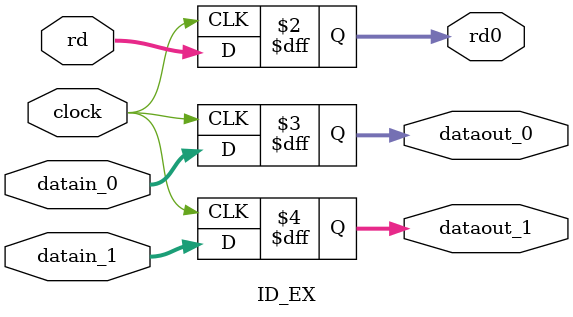
<source format=v>
module ID_EX(
	input wire [4:0] rd,
	input wire [31:0] datain_0,
	input wire [31:0] datain_1,
	input wire clock,
	
	output reg [4:0] rd0,
	output reg [31:0] dataout_0,
	output reg [31:0] dataout_1);	
	
	always @(posedge clock) begin
		dataout_0 = datain_0;
		dataout_1 = datain_1;
		rd0 = rd;
	end
	
endmodule

</source>
